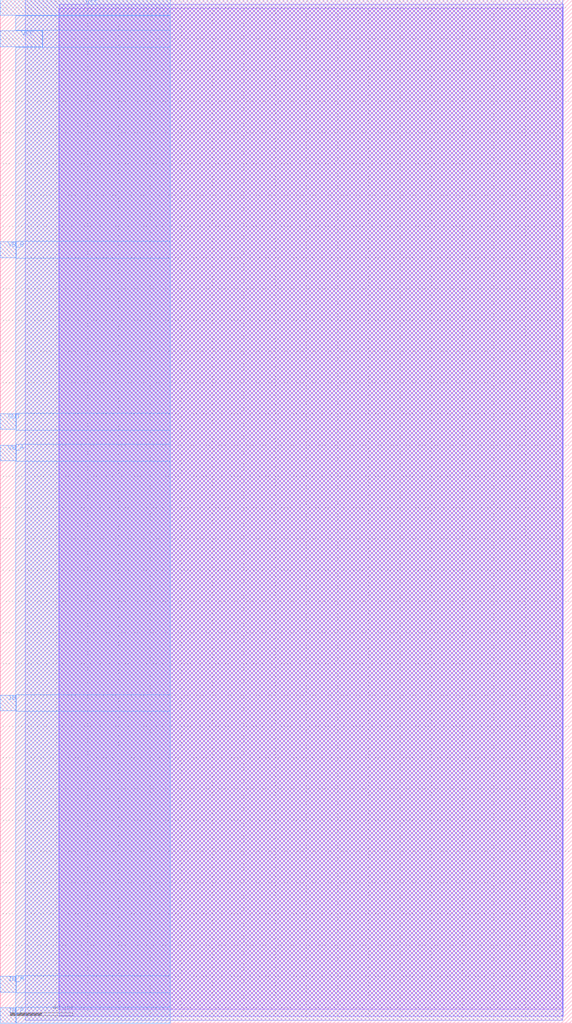
<source format=lef>
VERSION 5.7 ;
  NOWIREEXTENSIONATPIN ON ;
  DIVIDERCHAR "/" ;
  BUSBITCHARS "[]" ;
MACRO opamp_cascode
  CLASS BLOCK ;
  FOREIGN opamp_cascode ;
  ORIGIN -164.000 -70.000 ;
  SIZE 366.000 BY 655.000 ;
  PIN IN_P
    DIRECTION INOUT ;
    USE SIGNAL ;
    ANTENNAGATEAREA 64.799995 ;
    PORT
      LAYER met3 ;
        RECT 164.000 70.000 174.000 80.000 ;
    END
  END IN_P
  PIN IN_M
    DIRECTION INOUT ;
    USE SIGNAL ;
    ANTENNAGATEAREA 27.000000 ;
    PORT
      LAYER met3 ;
        RECT 164.000 90.000 174.000 100.000 ;
    END
  END IN_M
  PIN VCC
    DIRECTION INOUT ;
    USE POWER ;
    PORT
      LAYER met3 ;
        RECT 164.000 695.000 191.000 705.000 ;
    END
  END VCC
  PIN VSS
    DIRECTION INOUT ;
    USE GROUND ;
    PORT
      LAYER met3 ;
        RECT 164.000 715.000 273.000 725.000 ;
    END
  END VSS
  PIN OUT
    DIRECTION INOUT ;
    USE SIGNAL ;
    ANTENNADIFFAREA 87.000000 ;
    PORT
      LAYER met3 ;
        RECT 164.000 450.000 174.000 460.000 ;
    END
  END OUT
  PIN VB_A
    DIRECTION INOUT ;
    USE SIGNAL ;
    ANTENNAGATEAREA 2550.000000 ;
    PORT
      LAYER met3 ;
        RECT 164.000 430.000 174.000 440.000 ;
    END
  END VB_A
  PIN VB_B
    DIRECTION INOUT ;
    USE SIGNAL ;
    ANTENNAGATEAREA 2550.000000 ;
    PORT
      LAYER met3 ;
        RECT 164.000 560.000 174.000 570.000 ;
    END
  END VB_B
  PIN IB
    DIRECTION INOUT ;
    USE SIGNAL ;
    ANTENNAGATEAREA 450.000000 ;
    ANTENNADIFFAREA 5.800000 ;
    PORT
      LAYER met3 ;
        RECT 164.000 270.000 174.000 280.000 ;
    END
  END IB
  OBS
      LAYER li1 ;
        RECT 201.500 79.095 523.700 719.400 ;
      LAYER met1 ;
        RECT 201.950 74.500 524.500 722.000 ;
      LAYER met2 ;
        RECT 180.000 71.950 524.000 725.000 ;
      LAYER met3 ;
        RECT 174.000 705.400 273.050 714.600 ;
        RECT 191.400 694.600 273.050 705.400 ;
        RECT 174.000 570.400 273.050 694.600 ;
        RECT 174.400 559.600 273.050 570.400 ;
        RECT 174.000 460.400 273.050 559.600 ;
        RECT 174.400 449.600 273.050 460.400 ;
        RECT 174.000 440.400 273.050 449.600 ;
        RECT 174.400 429.600 273.050 440.400 ;
        RECT 174.000 280.400 273.050 429.600 ;
        RECT 174.400 269.600 273.050 280.400 ;
        RECT 174.000 100.400 273.050 269.600 ;
        RECT 174.400 89.600 273.050 100.400 ;
        RECT 174.000 80.400 273.050 89.600 ;
        RECT 174.400 70.000 273.050 80.400 ;
  END
END opamp_cascode
END LIBRARY


</source>
